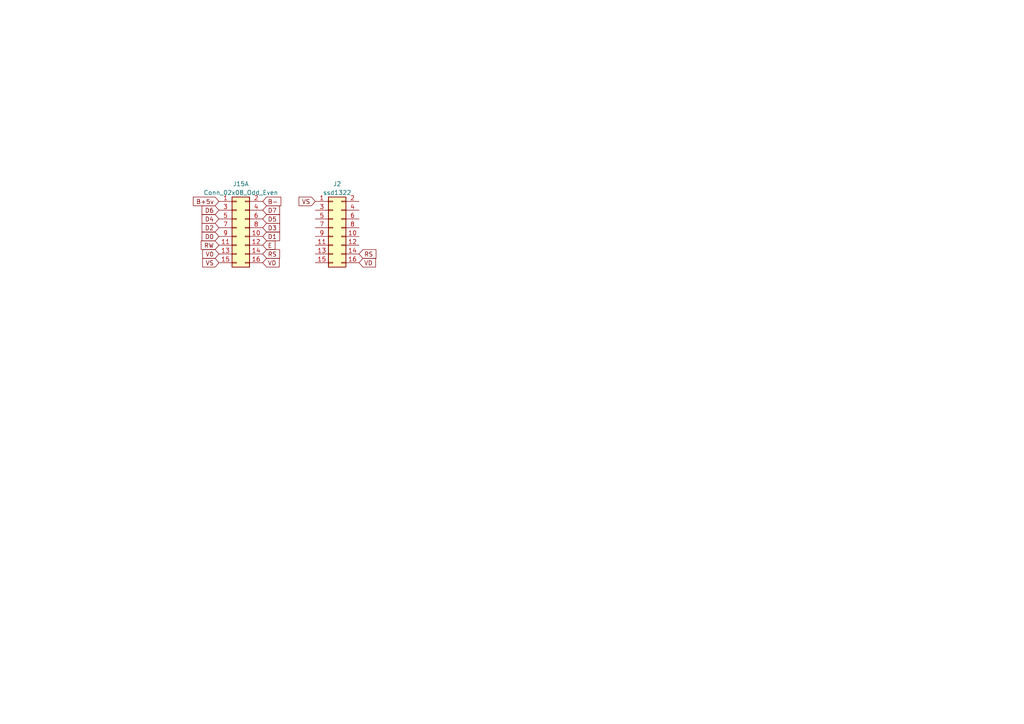
<source format=kicad_sch>
(kicad_sch (version 20230121) (generator eeschema)
  (paper "A4")
  (lib_symbols
    (symbol "Connector_Generic:Conn_02x08_Odd_Even" (pin_names (offset 1.016) hide)
      (property "Reference" "J" (at 1.27 10.16 0))
      (property "Value" "Conn_02x08_Odd_Even" (at 1.27 -12.7 0))
      (symbol "Conn_02x08_Odd_Even_1_1"
        (rectangle (start -1.27 -10.033) (end 0 -10.287) (stroke (width 0.1524)))
        (rectangle (start -1.27 -7.493) (end 0 -7.747) (stroke (width 0.1524)))
        (rectangle (start -1.27 -4.953) (end 0 -5.207) (stroke (width 0.1524)))
        (rectangle (start -1.27 -2.413) (end 0 -2.667) (stroke (width 0.1524)))
        (rectangle (start -1.27 0.127) (end 0 -0.127) (stroke (width 0.1524)))
        (rectangle (start -1.27 2.667) (end 0 2.413) (stroke (width 0.1524)))
        (rectangle (start -1.27 5.207) (end 0 4.953) (stroke (width 0.1524)))
        (rectangle (start -1.27 7.747) (end 0 7.493) (stroke (width 0.1524)))
        (rectangle (start -1.27 8.89) (end 3.81 -11.43) (stroke (width 0.254)) (fill (type background)))
        (rectangle (start 3.81 -10.033) (end 2.54 -10.287) (stroke (width 0.1524)))
        (rectangle (start 3.81 -7.493) (end 2.54 -7.747) (stroke (width 0.1524)))
        (rectangle (start 3.81 -4.953) (end 2.54 -5.207) (stroke (width 0.1524)))
        (rectangle (start 3.81 -2.413) (end 2.54 -2.667) (stroke (width 0.1524)))
        (rectangle (start 3.81 0.127) (end 2.54 -0.127) (stroke (width 0.1524)))
        (rectangle (start 3.81 2.667) (end 2.54 2.413) (stroke (width 0.1524)))
        (rectangle (start 3.81 5.207) (end 2.54 4.953) (stroke (width 0.1524)))
        (rectangle (start 3.81 7.747) (end 2.54 7.493) (stroke (width 0.1524)))
        (pin passive line (at -5.08 7.62 0) (length 3.81) (name "Pin_1") (number "1"))
        (pin passive line (at 7.62 -2.54 180) (length 3.81) (name "Pin_10") (number "10"))
        (pin passive line (at -5.08 -5.08 0) (length 3.81) (name "Pin_11") (number "11"))
        (pin passive line (at 7.62 -5.08 180) (length 3.81) (name "Pin_12") (number "12"))
        (pin passive line (at -5.08 -7.62 0) (length 3.81) (name "Pin_13") (number "13"))
        (pin passive line (at 7.62 -7.62 180) (length 3.81) (name "Pin_14") (number "14"))
        (pin passive line (at -5.08 -10.16 0) (length 3.81) (name "Pin_15") (number "15"))
        (pin passive line (at 7.62 -10.16 180) (length 3.81) (name "Pin_16") (number "16"))
        (pin passive line (at 7.62 7.62 180) (length 3.81) (name "Pin_2") (number "2"))
        (pin passive line (at -5.08 5.08 0) (length 3.81) (name "Pin_3") (number "3"))
        (pin passive line (at 7.62 5.08 180) (length 3.81) (name "Pin_4") (number "4"))
        (pin passive line (at -5.08 2.54 0) (length 3.81) (name "Pin_5") (number "5"))
        (pin passive line (at 7.62 2.54 180) (length 3.81) (name "Pin_6") (number "6"))
        (pin passive line (at -5.08 0 0) (length 3.81) (name "Pin_7") (number "7"))
        (pin passive line (at 7.62 0 180) (length 3.81) (name "Pin_8") (number "8"))
        (pin passive line (at -5.08 -2.54 0) (length 3.81) (name "Pin_9") (number "9"))
      )
    )
  )
  (global_label "D1" (shape input) (at 76.2 68.58 0) (property "Intersheetrefs" "${INTERSHEET_REFS}" (effects hide)))
  (global_label "VD" (shape input) (at 104.14 76.2 0) (property "Intersheetrefs" "${INTERSHEET_REFS}" (effects hide)))
  (global_label "RS" (shape input) (at 104.14 73.66 0) (property "Intersheetrefs" "${INTERSHEET_REFS}" (effects hide)))
  (global_label "B-" (shape input) (at 76.2 58.42 0) (property "Intersheetrefs" "${INTERSHEET_REFS}" (effects hide)))
  (global_label "B+5v" (shape input) (at 63.5 58.42 180) (property "Intersheetrefs" "${INTERSHEET_REFS}" (effects hide)))
  (global_label "VS" (shape input) (at 63.5 76.2 180) (property "Intersheetrefs" "${INTERSHEET_REFS}" (effects hide)))
  (global_label "D3" (shape input) (at 76.2 66.04 0) (property "Intersheetrefs" "${INTERSHEET_REFS}" (effects hide)))
  (global_label "D6" (shape input) (at 63.5 60.96 180) (property "Intersheetrefs" "${INTERSHEET_REFS}" (effects hide)))
  (global_label "E" (shape input) (at 76.2 71.12 0) (property "Intersheetrefs" "${INTERSHEET_REFS}" (effects hide)))
  (global_label "RS" (shape input) (at 76.2 73.66 0) (property "Intersheetrefs" "${INTERSHEET_REFS}" (effects hide)))
  (global_label "RW" (shape input) (at 63.5 71.12 180) (property "Intersheetrefs" "${INTERSHEET_REFS}" (effects hide)))
  (global_label "VD" (shape input) (at 76.2 76.2 0) (property "Intersheetrefs" "${INTERSHEET_REFS}" (effects hide)))
  (global_label "D7" (shape input) (at 76.2 60.96 0) (property "Intersheetrefs" "${INTERSHEET_REFS}" (effects hide)))
  (global_label "D2" (shape input) (at 63.5 66.04 180) (property "Intersheetrefs" "${INTERSHEET_REFS}" (effects hide)))
  (global_label "D4" (shape input) (at 63.5 63.5 180) (property "Intersheetrefs" "${INTERSHEET_REFS}" (effects hide)))
  (global_label "VS" (shape input) (at 91.44 58.42 180) (property "Intersheetrefs" "${INTERSHEET_REFS}" (effects hide)))
  (global_label "D5" (shape input) (at 76.2 63.5 0) (property "Intersheetrefs" "${INTERSHEET_REFS}" (effects hide)))
  (global_label "V0" (shape input) (at 63.5 73.66 180) (property "Intersheetrefs" "${INTERSHEET_REFS}" (effects hide)))
  (global_label "D0" (shape input) (at 63.5 68.58 180) (property "Intersheetrefs" "${INTERSHEET_REFS}" (effects hide)))
  (symbol (lib_id "Connector_Generic:Conn_02x08_Odd_Even") (at 68.58 66.04 0) (unit 1)
    (property "Reference" "J15A" (at 69.85 53.34 0))
    (property "Value" "Conn_02x08_Odd_Even" (at 69.85 55.88 0))
  )
  (symbol (lib_id "Connector_Generic:Conn_02x08_Odd_Even") (at 96.52 66.04 0) (unit 1)
    (property "Reference" "J2" (at 97.79 53.34 0))
    (property "Value" "ssd1322" (at 97.79 55.88 0))
  )
)
</source>
